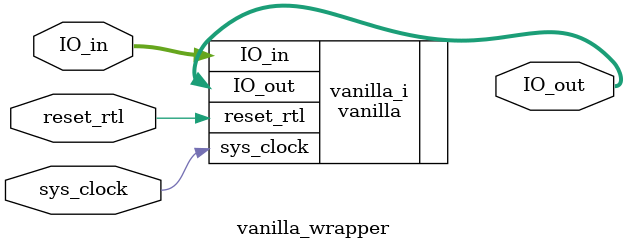
<source format=v>
`timescale 1 ps / 1 ps

module vanilla_wrapper
   (IO_in,
    IO_out,
    reset_rtl,
    sys_clock);
  input [3:0]IO_in;
  output [3:0]IO_out;
  input reset_rtl;
  input sys_clock;

  wire [3:0]IO_in;
  wire [3:0]IO_out;
  wire reset_rtl;
  wire sys_clock;
    
  vanilla vanilla_i
       (.IO_in(IO_in),
        .IO_out(IO_out),
        .reset_rtl(reset_rtl),
        .sys_clock(sys_clock));
 endmodule

</source>
